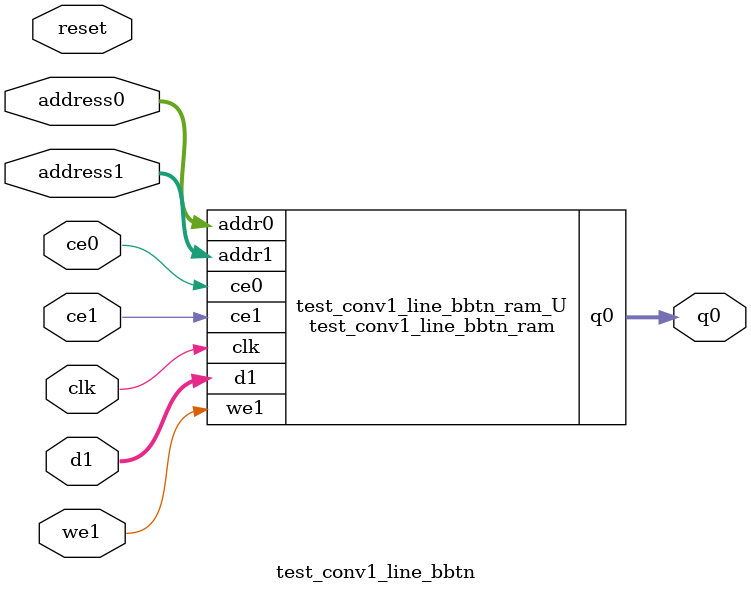
<source format=v>
`timescale 1 ns / 1 ps
module test_conv1_line_bbtn_ram (addr0, ce0, q0, addr1, ce1, d1, we1,  clk);

parameter DWIDTH = 8;
parameter AWIDTH = 10;
parameter MEM_SIZE = 966;

input[AWIDTH-1:0] addr0;
input ce0;
output reg[DWIDTH-1:0] q0;
input[AWIDTH-1:0] addr1;
input ce1;
input[DWIDTH-1:0] d1;
input we1;
input clk;

(* ram_style = "block" *)reg [DWIDTH-1:0] ram[0:MEM_SIZE-1];




always @(posedge clk)  
begin 
    if (ce0) begin
        q0 <= ram[addr0];
    end
end


always @(posedge clk)  
begin 
    if (ce1) begin
        if (we1) 
            ram[addr1] <= d1; 
    end
end


endmodule

`timescale 1 ns / 1 ps
module test_conv1_line_bbtn(
    reset,
    clk,
    address0,
    ce0,
    q0,
    address1,
    ce1,
    we1,
    d1);

parameter DataWidth = 32'd8;
parameter AddressRange = 32'd966;
parameter AddressWidth = 32'd10;
input reset;
input clk;
input[AddressWidth - 1:0] address0;
input ce0;
output[DataWidth - 1:0] q0;
input[AddressWidth - 1:0] address1;
input ce1;
input we1;
input[DataWidth - 1:0] d1;



test_conv1_line_bbtn_ram test_conv1_line_bbtn_ram_U(
    .clk( clk ),
    .addr0( address0 ),
    .ce0( ce0 ),
    .q0( q0 ),
    .addr1( address1 ),
    .ce1( ce1 ),
    .we1( we1 ),
    .d1( d1 ));

endmodule


</source>
